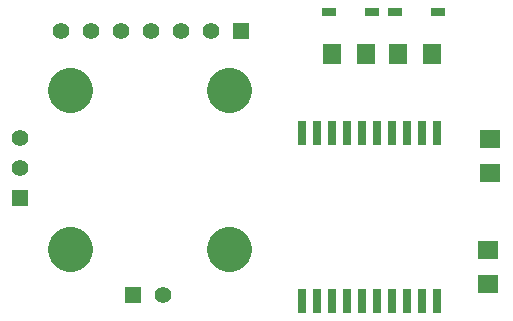
<source format=gts>
G04 ( created by brdgerber.py ( brdgerber.py v0.1 2014-03-12 ) ) date 2020-11-08 23:19:50 EST*
G04 Gerber Fmt 3.4, Leading zero omitted, Abs format*
%MOIN*%
%FSLAX34Y34*%
G01*
G70*
G90*
G04 APERTURE LIST*
%ADD15C,0.1500*%
%ADD11R,0.0550X0.0550*%
%ADD16R,0.0629X0.0709*%
%ADD14R,0.0472X0.0275*%
%ADD12C,0.0550*%
%ADD10R,0.0260X0.0800*%
%ADD13R,0.0709X0.0629*%
G04 APERTURE END LIST*
G54D15*
D10*
X09300Y19150D03*
D10*
X08800Y19150D03*
D10*
X08300Y19150D03*
D10*
X07800Y19150D03*
D10*
X07300Y19150D03*
D10*
X06800Y19150D03*
D10*
X06300Y19150D03*
D10*
X05800Y19150D03*
D10*
X05800Y13550D03*
D10*
X06300Y13550D03*
D10*
X06800Y13550D03*
D10*
X07300Y13550D03*
D10*
X07800Y13550D03*
D10*
X08300Y13550D03*
D10*
X08800Y13550D03*
D10*
X09300Y13550D03*
D10*
X05300Y19150D03*
D10*
X04800Y19150D03*
D10*
X05300Y13550D03*
D10*
X04800Y13550D03*
D11*
X02750Y22550D03*
D12*
X01750Y22550D03*
D12*
X00750Y22550D03*
D12*
X-00250Y22550D03*
D12*
X-01250Y22550D03*
D12*
X-02250Y22550D03*
D12*
X-03250Y22550D03*
D13*
X11050Y18959D03*
D13*
X11050Y17841D03*
D14*
X05672Y23200D03*
D14*
X07128Y23200D03*
D15*
G01X-02945Y15305D02*
G01X-02945Y15305D01*
D15*
G01X02345Y15305D02*
G01X02345Y15305D01*
D15*
G01X02345Y20595D02*
G01X02345Y20595D01*
D15*
G01X-02945Y20595D02*
G01X-02945Y20595D01*
D11*
X-00850Y13750D03*
D12*
X00150Y13750D03*
D16*
X09109Y21800D03*
D16*
X07991Y21800D03*
D16*
X06909Y21799D03*
D16*
X05791Y21799D03*
D13*
X11000Y15259D03*
D13*
X11000Y14141D03*
D11*
X-04600Y17000D03*
D12*
X-04600Y18000D03*
D12*
X-04600Y19000D03*
D14*
X07872Y23200D03*
D14*
X09328Y23200D03*
M02*

</source>
